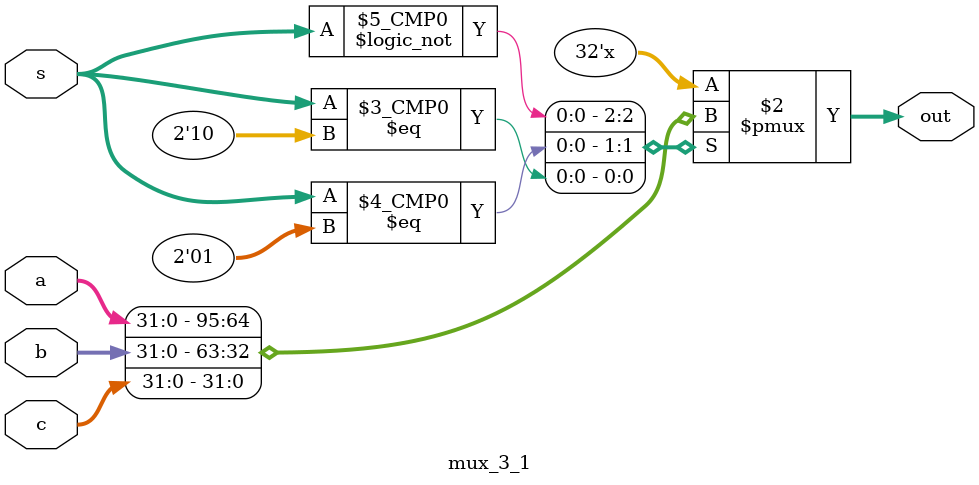
<source format=v>
`timescale 1ns / 1ps


module mux_3_1(
input [31:0] a,b,c,
input [1:0] s,
output reg [31:0] out
);

always @(*) begin
    case(s)
        2'b00: out<= a;
        2'b01: out<= b;
        2'b10: out<= c;
    endcase
end
endmodule

</source>
